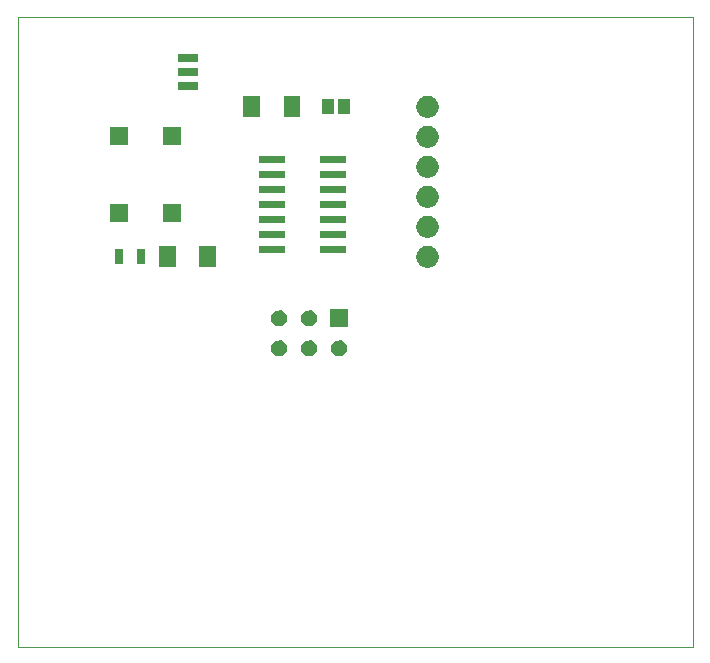
<source format=gts>
G75*
G71*
%OFA0B0*%
%FSLAX23Y23*%
%IPPOS*%
%LPD*%
%ADD10C,0.1*%
%LPD*%D10*
X0Y0D02*
X0Y100D01*
X0Y200D01*
X0Y300D01*
X0Y400D01*
X0Y499D01*
X0Y599D01*
X0Y699D01*
X0Y799D01*
X0Y899D01*
X0Y999D01*
X0Y1099D01*
X0Y1199D01*
X0Y1299D01*
X0Y1398D01*
X0Y1498D01*
X0Y1598D01*
X0Y1698D01*
X0Y1798D01*
X0Y1898D01*
X0Y1998D01*
X0Y2098D01*
X0Y2198D01*
X0Y2297D01*
X0Y2397D01*
X0Y2497D01*
X0Y2597D01*
X0Y2697D01*
X0Y2797D01*
X0Y2897D01*
X0Y2997D01*
X0Y3097D01*
X0Y3196D01*
X0Y3296D01*
X0Y3396D01*
X0Y3496D01*
X0Y3596D01*
X0Y3696D01*
X0Y3796D01*
X0Y3896D01*
X0Y3995D01*
X0Y4095D01*
X0Y4195D01*
X0Y4295D01*
X0Y4395D01*
X0Y4495D01*
X0Y4595D01*
X0Y4695D01*
X0Y4795D01*
X0Y4894D01*
X0Y4994D01*
X0Y5094D01*
X0Y5194D01*
X0Y5294D01*
X0Y5394D01*
X0Y5494D01*
X0Y5594D01*
X0Y5694D01*
X0Y5793D01*
X0Y5893D01*
X0Y5993D01*
X0Y6093D01*
X0Y6193D01*
X0Y6293D01*
X0Y6393D01*
X0Y6493D01*
X0Y6593D01*
X0Y6692D01*
X0Y6792D01*
X0Y6892D01*
X0Y6992D01*
X0Y7092D01*
X0Y7192D01*
X0Y7292D01*
X0Y7392D01*
X0Y7492D01*
X0Y7591D01*
X0Y7691D01*
X0Y7791D01*
X0Y7891D01*
X0Y7991D01*
X0Y8091D01*
X0Y8191D01*
X0Y8291D01*
X0Y8391D01*
X0Y8490D01*
X0Y8590D01*
X0Y8690D01*
X0Y8790D01*
X0Y8890D01*
X0Y8990D01*
X0Y9090D01*
X0Y9190D01*
X0Y9290D01*
X0Y9389D01*
X0Y9489D01*
X0Y9589D01*
X0Y9689D01*
X0Y9789D01*
X0Y9889D01*
X0Y9989D01*
X0Y10089D01*
X0Y10188D01*
X0Y10288D01*
X0Y10388D01*
X0Y10488D01*
X0Y10588D01*
X0Y10688D01*
X0Y10788D01*
X0Y10888D01*
X0Y10988D01*
X0Y11087D01*
X0Y11187D01*
X0Y11287D01*
X0Y11387D01*
X0Y11487D01*
X0Y11587D01*
X0Y11687D01*
X0Y11787D01*
X0Y11887D01*
X0Y11986D01*
X0Y12086D01*
X0Y12186D01*
X0Y12286D01*
X0Y12386D01*
X0Y12486D01*
X0Y12586D01*
X0Y12686D01*
X0Y12786D01*
X0Y12885D01*
X0Y12985D01*
X0Y13085D01*
X0Y13185D01*
X0Y13285D01*
X0Y13385D01*
X0Y13485D01*
X0Y13585D01*
X0Y13685D01*
X0Y13784D01*
X0Y13884D01*
X0Y13984D01*
X0Y14084D01*
X0Y14184D01*
X0Y14284D01*
X0Y14384D01*
X0Y14484D01*
X0Y14584D01*
X0Y14683D01*
X0Y14783D01*
X0Y14883D01*
X0Y14983D01*
X0Y15083D01*
X0Y15183D01*
X0Y15283D01*
X0Y15383D01*
X0Y15483D01*
X0Y15582D01*
X0Y15682D01*
X0Y15782D01*
X0Y15882D01*
X0Y15982D01*
X0Y16082D01*
X0Y16182D01*
X0Y16282D01*
X0Y16381D01*
X0Y16481D01*
X0Y16581D01*
X0Y16681D01*
X0Y16781D01*
X0Y16881D01*
X0Y16981D01*
X0Y17081D01*
X0Y17181D01*
X0Y17280D01*
X0Y17380D01*
X0Y17480D01*
X0Y17580D01*
X0Y17680D01*
X0Y17780D01*
X0Y17880D01*
X0Y17980D01*
X0Y18080D01*
X0Y18179D01*
X0Y18279D01*
X0Y18379D01*
X0Y18479D01*
X0Y18579D01*
X0Y18679D01*
X0Y18779D01*
X0Y18879D01*
X0Y18979D01*
X0Y19078D01*
X0Y19178D01*
X0Y19278D01*
X0Y19378D01*
X0Y19478D01*
X0Y19578D01*
X0Y19678D01*
X0Y19778D01*
X0Y19878D01*
X0Y19977D01*
X0Y20077D01*
X0Y20177D01*
X0Y20277D01*
X0Y20377D01*
X0Y20477D01*
X0Y20577D01*
X0Y20677D01*
X0Y20777D01*
X0Y20876D01*
X0Y20976D01*
X0Y21076D01*
X0Y21176D01*
X0Y21276D01*
X0Y21376D01*
X0Y21476D01*
X0Y21576D01*
X0Y21676D01*
X0Y21775D01*
X0Y21875D01*
X0Y21975D01*
X0Y22075D01*
X0Y22175D01*
X0Y22275D01*
X0Y22375D01*
X0Y22475D01*
X0Y22575D01*
X0Y22674D01*
X0Y22774D01*
X0Y22874D01*
X0Y22974D01*
X0Y23074D01*
X0Y23174D01*
X0Y23274D01*
X0Y23374D01*
X0Y23473D01*
X0Y23573D01*
X0Y23673D01*
X0Y23773D01*
X0Y23873D01*
X0Y23973D01*
X0Y24073D01*
X0Y24173D01*
X0Y24273D01*
X0Y24372D01*
X0Y24472D01*
X0Y24572D01*
X0Y24672D01*
X0Y24772D01*
X0Y24872D01*
X0Y24972D01*
X0Y25072D01*
X0Y25172D01*
X0Y25271D01*
X0Y25371D01*
X0Y25471D01*
X0Y25571D01*
X0Y25671D01*
X0Y25771D01*
X0Y25871D01*
X0Y25971D01*
X0Y26071D01*
X0Y26170D01*
X0Y26270D01*
X0Y26370D01*
X0Y26470D01*
X0Y26570D01*
X0Y26670D01*
X0Y26770D01*
X0Y26870D01*
X0Y26970D01*
X0Y27069D01*
X0Y27169D01*
X0Y27269D01*
X0Y27369D01*
X0Y27469D01*
X0Y27569D01*
X0Y27669D01*
X0Y27769D01*
X0Y27869D01*
X0Y27968D01*
X0Y28068D01*
X0Y28168D01*
X0Y28268D01*
X0Y28368D01*
X0Y28468D01*
X0Y28568D01*
X0Y28668D01*
X0Y28768D01*
X0Y28867D01*
X0Y28967D01*
X0Y29067D01*
X0Y29167D01*
X0Y29267D01*
X0Y29367D01*
X0Y29467D01*
X0Y29567D01*
X0Y29667D01*
X0Y29766D01*
X0Y29866D01*
X0Y29966D01*
X0Y30066D01*
X0Y30166D01*
X0Y30266D01*
X0Y30366D01*
X0Y30466D01*
X0Y30565D01*
X0Y30665D01*
X0Y30765D01*
X0Y30865D01*
X0Y30965D01*
X0Y31065D01*
X0Y31165D01*
X0Y31265D01*
X0Y31365D01*
X0Y31464D01*
X0Y31564D01*
X0Y31664D01*
X0Y31764D01*
X0Y31864D01*
X0Y31964D01*
X0Y32064D01*
X0Y32164D01*
X0Y32264D01*
X0Y32363D01*
X0Y32463D01*
X0Y32563D01*
X0Y32663D01*
X0Y32763D01*
X0Y32863D01*
X0Y32963D01*
X0Y33063D01*
X0Y33163D01*
X0Y33262D01*
X0Y33362D01*
X0Y33462D01*
X0Y33562D01*
X0Y33662D01*
X0Y33762D01*
X0Y33862D01*
X0Y33962D01*
X0Y34062D01*
X0Y34161D01*
X0Y34261D01*
X0Y34361D01*
X0Y34461D01*
X0Y34561D01*
X0Y34661D01*
X0Y34761D01*
X0Y34861D01*
X0Y34961D01*
X0Y35060D01*
X0Y35160D01*
X0Y35260D01*
X0Y35360D01*
X0Y35460D01*
X0Y35560D01*
X0Y35660D01*
X0Y35760D01*
X0Y35860D01*
X0Y35959D01*
X0Y36059D01*
X0Y36159D01*
X0Y36259D01*
X0Y36359D01*
X0Y36459D01*
X0Y36559D01*
X0Y36659D01*
X0Y36759D01*
X0Y36858D01*
X0Y36958D01*
X0Y37058D01*
X0Y37158D01*
X0Y37258D01*
X0Y37358D01*
X0Y37458D01*
X0Y37558D01*
X0Y37658D01*
X0Y37757D01*
X0Y37857D01*
X0Y37957D01*
X0Y38057D01*
X0Y38157D01*
X0Y38257D01*
X0Y38357D01*
X0Y38457D01*
X0Y38556D01*
X0Y38656D01*
X0Y38756D01*
X0Y38856D01*
X0Y38956D01*
X0Y39056D01*
X0Y39156D01*
X0Y39256D01*
X0Y39356D01*
X0Y39455D01*
X0Y39555D01*
X0Y39655D01*
X0Y39755D01*
X0Y39855D01*
X0Y39955D01*
X0Y40055D01*
X0Y40155D01*
X0Y40255D01*
X0Y40354D01*
X0Y40454D01*
X0Y40554D01*
X0Y40654D01*
X0Y40754D01*
X0Y40854D01*
X0Y40954D01*
X0Y41054D01*
X0Y41154D01*
X0Y41253D01*
X0Y41353D01*
X0Y41453D01*
X0Y41553D01*
X0Y41653D01*
X0Y41753D01*
X0Y41853D01*
X0Y41953D01*
X0Y42053D01*
X0Y42152D01*
X0Y42252D01*
X0Y42352D01*
X0Y42452D01*
X0Y42552D01*
X0Y42652D01*
X0Y42752D01*
X0Y42852D01*
X0Y42952D01*
X0Y43051D01*
X0Y43151D01*
X0Y43251D01*
X0Y43351D01*
X0Y43451D01*
X0Y43551D01*
X0Y43651D01*
X0Y43751D01*
X0Y43851D01*
X0Y43950D01*
X0Y44050D01*
X0Y44150D01*
X0Y44250D01*
X0Y44350D01*
X0Y44450D01*
X0Y44550D01*
X0Y44650D01*
X0Y44750D01*
X0Y44849D01*
X0Y44949D01*
X0Y45049D01*
X0Y45149D01*
X0Y45249D01*
X0Y45349D01*
X0Y45449D01*
X0Y45549D01*
X0Y45649D01*
X0Y45748D01*
X0Y45848D01*
X0Y45948D01*
X0Y46048D01*
X0Y46148D01*
X0Y46248D01*
X0Y46348D01*
X0Y46448D01*
X0Y46548D01*
X0Y46647D01*
X0Y46747D01*
X0Y46847D01*
X0Y46947D01*
X0Y47047D01*
X0Y47147D01*
X0Y47247D01*
X0Y47347D01*
X0Y47447D01*
X0Y47546D01*
X0Y47646D01*
X0Y47746D01*
X0Y47846D01*
X0Y47946D01*
X0Y48046D01*
X0Y48146D01*
X0Y48246D01*
X0Y48346D01*
X0Y48445D01*
X0Y48545D01*
X0Y48645D01*
X0Y48745D01*
X0Y48845D01*
X0Y48945D01*
X0Y49045D01*
X0Y49145D01*
X0Y49244D01*
X0Y49344D01*
X0Y49444D01*
X0Y49544D01*
X0Y49644D01*
X0Y49744D01*
X0Y49844D01*
X0Y49944D01*
X0Y50044D01*
X0Y50143D01*
X0Y50243D01*
X0Y50343D01*
X0Y50443D01*
X0Y50543D01*
X0Y50643D01*
X0Y50743D01*
X0Y50843D01*
X0Y50943D01*
X0Y51043D01*
X0Y51142D01*
X0Y51242D01*
X0Y51342D01*
X0Y51442D01*
X0Y51542D01*
X0Y51642D01*
X0Y51742D01*
X0Y51842D01*
X0Y51942D01*
X0Y52041D01*
X0Y52141D01*
X0Y52241D01*
X0Y52341D01*
X0Y52441D01*
X0Y52541D01*
X0Y52641D01*
X0Y52741D01*
X0Y52841D01*
X0Y52940D01*
X0Y53040D01*
X0Y53140D01*
X0Y53240D01*
X0Y53340D01*
X100Y53340D01*
X200Y53340D01*
X300Y53340D01*
X400Y53340D01*
X500Y53340D01*
X599Y53340D01*
X699Y53340D01*
X799Y53340D01*
X899Y53340D01*
X999Y53340D01*
X1099Y53340D01*
X1199Y53340D01*
X1299Y53340D01*
X1399Y53340D01*
X1499Y53340D01*
X1599Y53340D01*
X1699Y53340D01*
X1798Y53340D01*
X1898Y53340D01*
X1998Y53340D01*
X2098Y53340D01*
X2198Y53340D01*
X2298Y53340D01*
X2398Y53340D01*
X2498Y53340D01*
X2598Y53340D01*
X2698Y53340D01*
X2798Y53340D01*
X2897Y53340D01*
X2997Y53340D01*
X3097Y53340D01*
X3197Y53340D01*
X3297Y53340D01*
X3397Y53340D01*
X3497Y53340D01*
X3597Y53340D01*
X3697Y53340D01*
X3797Y53340D01*
X3897Y53340D01*
X3996Y53340D01*
X4096Y53340D01*
X4196Y53340D01*
X4296Y53340D01*
X4396Y53340D01*
X4496Y53340D01*
X4596Y53340D01*
X4696Y53340D01*
X4796Y53340D01*
X4896Y53340D01*
X4996Y53340D01*
X5096Y53340D01*
X5195Y53340D01*
X5295Y53340D01*
X5395Y53340D01*
X5495Y53340D01*
X5595Y53340D01*
X5695Y53340D01*
X5795Y53340D01*
X5895Y53340D01*
X5995Y53340D01*
X6095Y53340D01*
X6195Y53340D01*
X6294Y53340D01*
X6394Y53340D01*
X6494Y53340D01*
X6594Y53340D01*
X6694Y53340D01*
X6794Y53340D01*
X6894Y53340D01*
X6994Y53340D01*
X7094Y53340D01*
X7194Y53340D01*
X7294Y53340D01*
X7393Y53340D01*
X7493Y53340D01*
X7593Y53340D01*
X7693Y53340D01*
X7793Y53340D01*
X7893Y53340D01*
X7993Y53340D01*
X8093Y53340D01*
X8193Y53340D01*
X8293Y53340D01*
X8393Y53340D01*
X8493Y53340D01*
X8592Y53340D01*
X8692Y53340D01*
X8792Y53340D01*
X8892Y53340D01*
X8992Y53340D01*
X9092Y53340D01*
X9192Y53340D01*
X9292Y53340D01*
X9392Y53340D01*
X9492Y53340D01*
X9592Y53340D01*
X9691Y53340D01*
X9791Y53340D01*
X9891Y53340D01*
X9991Y53340D01*
X10091Y53340D01*
X10191Y53340D01*
X10291Y53340D01*
X10391Y53340D01*
X10491Y53340D01*
X10591Y53340D01*
X10691Y53340D01*
X10791Y53340D01*
X10890Y53340D01*
X10990Y53340D01*
X11090Y53340D01*
X11190Y53340D01*
X11290Y53340D01*
X11390Y53340D01*
X11490Y53340D01*
X11590Y53340D01*
X11690Y53340D01*
X11790Y53340D01*
X11890Y53340D01*
X11989Y53340D01*
X12089Y53340D01*
X12189Y53340D01*
X12289Y53340D01*
X12389Y53340D01*
X12489Y53340D01*
X12589Y53340D01*
X12689Y53340D01*
X12789Y53340D01*
X12889Y53340D01*
X12989Y53340D01*
X13088Y53340D01*
X13188Y53340D01*
X13288Y53340D01*
X13388Y53340D01*
X13488Y53340D01*
X13588Y53340D01*
X13688Y53340D01*
X13788Y53340D01*
X13888Y53340D01*
X13988Y53340D01*
X14088Y53340D01*
X14188Y53340D01*
X14287Y53340D01*
X14387Y53340D01*
X14487Y53340D01*
X14587Y53340D01*
X14687Y53340D01*
X14787Y53340D01*
X14887Y53340D01*
X14987Y53340D01*
X15087Y53340D01*
X15187Y53340D01*
X15287Y53340D01*
X15386Y53340D01*
X15486Y53340D01*
X15586Y53340D01*
X15686Y53340D01*
X15786Y53340D01*
X15886Y53340D01*
X15986Y53340D01*
X16086Y53340D01*
X16186Y53340D01*
X16286Y53340D01*
X16386Y53340D01*
X16485Y53340D01*
X16585Y53340D01*
X16685Y53340D01*
X16785Y53340D01*
X16885Y53340D01*
X16985Y53340D01*
X17085Y53340D01*
X17185Y53340D01*
X17285Y53340D01*
X17385Y53340D01*
X17485Y53340D01*
X17585Y53340D01*
X17684Y53340D01*
X17784Y53340D01*
X17884Y53340D01*
X17984Y53340D01*
X18084Y53340D01*
X18184Y53340D01*
X18284Y53340D01*
X18384Y53340D01*
X18484Y53340D01*
X18584Y53340D01*
X18684Y53340D01*
X18783Y53340D01*
X18883Y53340D01*
X18983Y53340D01*
X19083Y53340D01*
X19183Y53340D01*
X19283Y53340D01*
X19383Y53340D01*
X19483Y53340D01*
X19583Y53340D01*
X19683Y53340D01*
X19783Y53340D01*
X19883Y53340D01*
X19982Y53340D01*
X20082Y53340D01*
X20182Y53340D01*
X20282Y53340D01*
X20382Y53340D01*
X20482Y53340D01*
X20582Y53340D01*
X20682Y53340D01*
X20782Y53340D01*
X20882Y53340D01*
X20982Y53340D01*
X21081Y53340D01*
X21181Y53340D01*
X21281Y53340D01*
X21381Y53340D01*
X21481Y53340D01*
X21581Y53340D01*
X21681Y53340D01*
X21781Y53340D01*
X21881Y53340D01*
X21981Y53340D01*
X22081Y53340D01*
X22180Y53340D01*
X22280Y53340D01*
X22380Y53340D01*
X22480Y53340D01*
X22580Y53340D01*
X22680Y53340D01*
X22780Y53340D01*
X22880Y53340D01*
X22980Y53340D01*
X23080Y53340D01*
X23180Y53340D01*
X23280Y53340D01*
X23379Y53340D01*
X23479Y53340D01*
X23579Y53340D01*
X23679Y53340D01*
X23779Y53340D01*
X23879Y53340D01*
X23979Y53340D01*
X24079Y53340D01*
X24179Y53340D01*
X24279Y53340D01*
X24379Y53340D01*
X24478Y53340D01*
X24578Y53340D01*
X24678Y53340D01*
X24778Y53340D01*
X24878Y53340D01*
X24978Y53340D01*
X25078Y53340D01*
X25178Y53340D01*
X25278Y53340D01*
X25378Y53340D01*
X25478Y53340D01*
X25578Y53340D01*
X25677Y53340D01*
X25777Y53340D01*
X25877Y53340D01*
X25977Y53340D01*
X26077Y53340D01*
X26177Y53340D01*
X26277Y53340D01*
X26377Y53340D01*
X26477Y53340D01*
X26577Y53340D01*
X26677Y53340D01*
X26776Y53340D01*
X26876Y53340D01*
X26976Y53340D01*
X27076Y53340D01*
X27176Y53340D01*
X27276Y53340D01*
X27376Y53340D01*
X27476Y53340D01*
X27576Y53340D01*
X27676Y53340D01*
X27776Y53340D01*
X27875Y53340D01*
X27975Y53340D01*
X28075Y53340D01*
X28175Y53340D01*
X28275Y53340D01*
X28375Y53340D01*
X28475Y53340D01*
X28575Y53340D01*
X28675Y53340D01*
X28775Y53340D01*
X28875Y53340D01*
X28975Y53340D01*
X29074Y53340D01*
X29174Y53340D01*
X29274Y53340D01*
X29374Y53340D01*
X29474Y53340D01*
X29574Y53340D01*
X29674Y53340D01*
X29774Y53340D01*
X29874Y53340D01*
X29974Y53340D01*
X30074Y53340D01*
X30173Y53340D01*
X30273Y53340D01*
X30373Y53340D01*
X30473Y53340D01*
X30573Y53340D01*
X30673Y53340D01*
X30773Y53340D01*
X30873Y53340D01*
X30973Y53340D01*
X31073Y53340D01*
X31173Y53340D01*
X31273Y53340D01*
X31372Y53340D01*
X31472Y53340D01*
X31572Y53340D01*
X31672Y53340D01*
X31772Y53340D01*
X31872Y53340D01*
X31972Y53340D01*
X32072Y53340D01*
X32172Y53340D01*
X32272Y53340D01*
X32372Y53340D01*
X32471Y53340D01*
X32571Y53340D01*
X32671Y53340D01*
X32771Y53340D01*
X32871Y53340D01*
X32971Y53340D01*
X33071Y53340D01*
X33171Y53340D01*
X33271Y53340D01*
X33371Y53340D01*
X33471Y53340D01*
X33571Y53340D01*
X33670Y53340D01*
X33770Y53340D01*
X33870Y53340D01*
X33970Y53340D01*
X34070Y53340D01*
X34170Y53340D01*
X34270Y53340D01*
X34370Y53340D01*
X34470Y53340D01*
X34570Y53340D01*
X34670Y53340D01*
X34769Y53340D01*
X34869Y53340D01*
X34969Y53340D01*
X35069Y53340D01*
X35169Y53340D01*
X35269Y53340D01*
X35369Y53340D01*
X35469Y53340D01*
X35569Y53340D01*
X35669Y53340D01*
X35769Y53340D01*
X35868Y53340D01*
X35968Y53340D01*
X36068Y53340D01*
X36168Y53340D01*
X36268Y53340D01*
X36368Y53340D01*
X36468Y53340D01*
X36568Y53340D01*
X36668Y53340D01*
X36768Y53340D01*
X36868Y53340D01*
X36968Y53340D01*
X37067Y53340D01*
X37167Y53340D01*
X37267Y53340D01*
X37367Y53340D01*
X37467Y53340D01*
X37567Y53340D01*
X37667Y53340D01*
X37767Y53340D01*
X37867Y53340D01*
X37967Y53340D01*
X38067Y53340D01*
X38166Y53340D01*
X38266Y53340D01*
X38366Y53340D01*
X38466Y53340D01*
X38566Y53340D01*
X38666Y53340D01*
X38766Y53340D01*
X38866Y53340D01*
X38966Y53340D01*
X39066Y53340D01*
X39166Y53340D01*
X39265Y53340D01*
X39365Y53340D01*
X39465Y53340D01*
X39565Y53340D01*
X39665Y53340D01*
X39765Y53340D01*
X39865Y53340D01*
X39965Y53340D01*
X40065Y53340D01*
X40165Y53340D01*
X40265Y53340D01*
X40365Y53340D01*
X40464Y53340D01*
X40564Y53340D01*
X40664Y53340D01*
X40764Y53340D01*
X40864Y53340D01*
X40964Y53340D01*
X41064Y53340D01*
X41164Y53340D01*
X41264Y53340D01*
X41364Y53340D01*
X41464Y53340D01*
X41563Y53340D01*
X41663Y53340D01*
X41763Y53340D01*
X41863Y53340D01*
X41963Y53340D01*
X42063Y53340D01*
X42163Y53340D01*
X42263Y53340D01*
X42363Y53340D01*
X42463Y53340D01*
X42563Y53340D01*
X42663Y53340D01*
X42762Y53340D01*
X42862Y53340D01*
X42962Y53340D01*
X43062Y53340D01*
X43162Y53340D01*
X43262Y53340D01*
X43362Y53340D01*
X43462Y53340D01*
X43562Y53340D01*
X43662Y53340D01*
X43762Y53340D01*
X43861Y53340D01*
X43961Y53340D01*
X44061Y53340D01*
X44161Y53340D01*
X44261Y53340D01*
X44361Y53340D01*
X44461Y53340D01*
X44561Y53340D01*
X44661Y53340D01*
X44761Y53340D01*
X44861Y53340D01*
X44961Y53340D01*
X45060Y53340D01*
X45160Y53340D01*
X45260Y53340D01*
X45360Y53340D01*
X45460Y53340D01*
X45560Y53340D01*
X45660Y53340D01*
X45760Y53340D01*
X45860Y53340D01*
X45960Y53340D01*
X46060Y53340D01*
X46159Y53340D01*
X46259Y53340D01*
X46359Y53340D01*
X46459Y53340D01*
X46559Y53340D01*
X46659Y53340D01*
X46759Y53340D01*
X46859Y53340D01*
X46959Y53340D01*
X47059Y53340D01*
X47159Y53340D01*
X47259Y53340D01*
X47358Y53340D01*
X47458Y53340D01*
X47558Y53340D01*
X47658Y53340D01*
X47758Y53340D01*
X47858Y53340D01*
X47958Y53340D01*
X48058Y53340D01*
X48158Y53340D01*
X48258Y53340D01*
X48358Y53340D01*
X48457Y53340D01*
X48557Y53340D01*
X48657Y53340D01*
X48757Y53340D01*
X48857Y53340D01*
X48957Y53340D01*
X49057Y53340D01*
X49157Y53340D01*
X49257Y53340D01*
X49357Y53340D01*
X49457Y53340D01*
X49557Y53340D01*
X49656Y53340D01*
X49756Y53340D01*
X49856Y53340D01*
X49956Y53340D01*
X50056Y53340D01*
X50156Y53340D01*
X50256Y53340D01*
X50356Y53340D01*
X50456Y53340D01*
X50556Y53340D01*
X50656Y53340D01*
X50755Y53340D01*
X50855Y53340D01*
X50955Y53340D01*
X51055Y53340D01*
X51155Y53340D01*
X51255Y53340D01*
X51355Y53340D01*
X51455Y53340D01*
X51555Y53340D01*
X51655Y53340D01*
X51755Y53340D01*
X51855Y53340D01*
X51954Y53340D01*
X52054Y53340D01*
X52154Y53340D01*
X52254Y53340D01*
X52354Y53340D01*
X52454Y53340D01*
X52554Y53340D01*
X52654Y53340D01*
X52754Y53340D01*
X52854Y53340D01*
X52954Y53340D01*
X53053Y53340D01*
X53153Y53340D01*
X53253Y53340D01*
X53353Y53340D01*
X53453Y53340D01*
X53553Y53340D01*
X53653Y53340D01*
X53753Y53340D01*
X53853Y53340D01*
X53953Y53340D01*
X54053Y53340D01*
X54153Y53340D01*
X54252Y53340D01*
X54352Y53340D01*
X54452Y53340D01*
X54552Y53340D01*
X54652Y53340D01*
X54752Y53340D01*
X54852Y53340D01*
X54952Y53340D01*
X55052Y53340D01*
X55152Y53340D01*
X55252Y53340D01*
X55351Y53340D01*
X55451Y53340D01*
X55551Y53340D01*
X55651Y53340D01*
X55751Y53340D01*
X55851Y53340D01*
X55951Y53340D01*
X56051Y53340D01*
X56151Y53340D01*
X56251Y53340D01*
X56351Y53340D01*
X56451Y53340D01*
X56550Y53340D01*
X56650Y53340D01*
X56750Y53340D01*
X56850Y53340D01*
X56950Y53340D01*
X57050Y53340D01*
X57150Y53340D01*
X57150Y53240D01*
X57150Y53140D01*
X57150Y53040D01*
X57150Y52940D01*
X57150Y52841D01*
X57150Y52741D01*
X57150Y52641D01*
X57150Y52541D01*
X57150Y52441D01*
X57150Y52341D01*
X57150Y52241D01*
X57150Y52141D01*
X57150Y52041D01*
X57150Y51942D01*
X57150Y51842D01*
X57150Y51742D01*
X57150Y51642D01*
X57150Y51542D01*
X57150Y51442D01*
X57150Y51342D01*
X57150Y51242D01*
X57150Y51142D01*
X57150Y51043D01*
X57150Y50943D01*
X57150Y50843D01*
X57150Y50743D01*
X57150Y50643D01*
X57150Y50543D01*
X57150Y50443D01*
X57150Y50343D01*
X57150Y50243D01*
X57150Y50144D01*
X57150Y50044D01*
X57150Y49944D01*
X57150Y49844D01*
X57150Y49744D01*
X57150Y49644D01*
X57150Y49544D01*
X57150Y49444D01*
X57150Y49345D01*
X57150Y49245D01*
X57150Y49145D01*
X57150Y49045D01*
X57150Y48945D01*
X57150Y48845D01*
X57150Y48745D01*
X57150Y48645D01*
X57150Y48545D01*
X57150Y48446D01*
X57150Y48346D01*
X57150Y48246D01*
X57150Y48146D01*
X57150Y48046D01*
X57150Y47946D01*
X57150Y47846D01*
X57150Y47746D01*
X57150Y47646D01*
X57150Y47547D01*
X57150Y47447D01*
X57150Y47347D01*
X57150Y47247D01*
X57150Y47147D01*
X57150Y47047D01*
X57150Y46947D01*
X57150Y46847D01*
X57150Y46747D01*
X57150Y46648D01*
X57150Y46548D01*
X57150Y46448D01*
X57150Y46348D01*
X57150Y46248D01*
X57150Y46148D01*
X57150Y46048D01*
X57150Y45948D01*
X57150Y45848D01*
X57150Y45749D01*
X57150Y45649D01*
X57150Y45549D01*
X57150Y45449D01*
X57150Y45349D01*
X57150Y45249D01*
X57150Y45149D01*
X57150Y45049D01*
X57150Y44949D01*
X57150Y44850D01*
X57150Y44750D01*
X57150Y44650D01*
X57150Y44550D01*
X57150Y44450D01*
X57150Y44350D01*
X57150Y44250D01*
X57150Y44150D01*
X57150Y44050D01*
X57150Y43951D01*
X57150Y43851D01*
X57150Y43751D01*
X57150Y43651D01*
X57150Y43551D01*
X57150Y43451D01*
X57150Y43351D01*
X57150Y43251D01*
X57150Y43152D01*
X57150Y43052D01*
X57150Y42952D01*
X57150Y42852D01*
X57150Y42752D01*
X57150Y42652D01*
X57150Y42552D01*
X57150Y42452D01*
X57150Y42352D01*
X57150Y42253D01*
X57150Y42153D01*
X57150Y42053D01*
X57150Y41953D01*
X57150Y41853D01*
X57150Y41753D01*
X57150Y41653D01*
X57150Y41553D01*
X57150Y41453D01*
X57150Y41354D01*
X57150Y41254D01*
X57150Y41154D01*
X57150Y41054D01*
X57150Y40954D01*
X57150Y40854D01*
X57150Y40754D01*
X57150Y40654D01*
X57150Y40554D01*
X57150Y40455D01*
X57150Y40355D01*
X57150Y40255D01*
X57150Y40155D01*
X57150Y40055D01*
X57150Y39955D01*
X57150Y39855D01*
X57150Y39755D01*
X57150Y39655D01*
X57150Y39556D01*
X57150Y39456D01*
X57150Y39356D01*
X57150Y39256D01*
X57150Y39156D01*
X57150Y39056D01*
X57150Y38956D01*
X57150Y38856D01*
X57150Y38756D01*
X57150Y38657D01*
X57150Y38557D01*
X57150Y38457D01*
X57150Y38357D01*
X57150Y38257D01*
X57150Y38157D01*
X57150Y38057D01*
X57150Y37957D01*
X57150Y37857D01*
X57150Y37758D01*
X57150Y37658D01*
X57150Y37558D01*
X57150Y37458D01*
X57150Y37358D01*
X57150Y37258D01*
X57150Y37158D01*
X57150Y37058D01*
X57150Y36959D01*
X57150Y36859D01*
X57150Y36759D01*
X57150Y36659D01*
X57150Y36559D01*
X57150Y36459D01*
X57150Y36359D01*
X57150Y36259D01*
X57150Y36159D01*
X57150Y36060D01*
X57150Y35960D01*
X57150Y35860D01*
X57150Y35760D01*
X57150Y35660D01*
X57150Y35560D01*
X57150Y35460D01*
X57150Y35360D01*
X57150Y35260D01*
X57150Y35161D01*
X57150Y35061D01*
X57150Y34961D01*
X57150Y34861D01*
X57150Y34761D01*
X57150Y34661D01*
X57150Y34561D01*
X57150Y34461D01*
X57150Y34361D01*
X57150Y34262D01*
X57150Y34162D01*
X57150Y34062D01*
X57150Y33962D01*
X57150Y33862D01*
X57150Y33762D01*
X57150Y33662D01*
X57150Y33562D01*
X57150Y33462D01*
X57150Y33363D01*
X57150Y33263D01*
X57150Y33163D01*
X57150Y33063D01*
X57150Y32963D01*
X57150Y32863D01*
X57150Y32763D01*
X57150Y32663D01*
X57150Y32563D01*
X57150Y32464D01*
X57150Y32364D01*
X57150Y32264D01*
X57150Y32164D01*
X57150Y32064D01*
X57150Y31964D01*
X57150Y31864D01*
X57150Y31764D01*
X57150Y31664D01*
X57150Y31565D01*
X57150Y31465D01*
X57150Y31365D01*
X57150Y31265D01*
X57150Y31165D01*
X57150Y31065D01*
X57150Y30965D01*
X57150Y30865D01*
X57150Y30765D01*
X57150Y30666D01*
X57150Y30566D01*
X57150Y30466D01*
X57150Y30366D01*
X57150Y30266D01*
X57150Y30166D01*
X57150Y30066D01*
X57150Y29966D01*
X57150Y29867D01*
X57150Y29767D01*
X57150Y29667D01*
X57150Y29567D01*
X57150Y29467D01*
X57150Y29367D01*
X57150Y29267D01*
X57150Y29167D01*
X57150Y29067D01*
X57150Y28968D01*
X57150Y28868D01*
X57150Y28768D01*
X57150Y28668D01*
X57150Y28568D01*
X57150Y28468D01*
X57150Y28368D01*
X57150Y28268D01*
X57150Y28168D01*
X57150Y28069D01*
X57150Y27969D01*
X57150Y27869D01*
X57150Y27769D01*
X57150Y27669D01*
X57150Y27569D01*
X57150Y27469D01*
X57150Y27369D01*
X57150Y27269D01*
X57150Y27170D01*
X57150Y27070D01*
X57150Y26970D01*
X57150Y26870D01*
X57150Y26770D01*
X57150Y26670D01*
X57150Y26570D01*
X57150Y26470D01*
X57150Y26370D01*
X57150Y26271D01*
X57150Y26171D01*
X57150Y26071D01*
X57150Y25971D01*
X57150Y25871D01*
X57150Y25771D01*
X57150Y25671D01*
X57150Y25571D01*
X57150Y25471D01*
X57150Y25372D01*
X57150Y25272D01*
X57150Y25172D01*
X57150Y25072D01*
X57150Y24972D01*
X57150Y24872D01*
X57150Y24772D01*
X57150Y24672D01*
X57150Y24572D01*
X57150Y24473D01*
X57150Y24373D01*
X57150Y24273D01*
X57150Y24173D01*
X57150Y24073D01*
X57150Y23973D01*
X57150Y23873D01*
X57150Y23773D01*
X57150Y23673D01*
X57150Y23574D01*
X57150Y23474D01*
X57150Y23374D01*
X57150Y23274D01*
X57150Y23174D01*
X57150Y23074D01*
X57150Y22974D01*
X57150Y22874D01*
X57150Y22775D01*
X57150Y22675D01*
X57150Y22575D01*
X57150Y22475D01*
X57150Y22375D01*
X57150Y22275D01*
X57150Y22175D01*
X57150Y22075D01*
X57150Y21975D01*
X57150Y21876D01*
X57150Y21776D01*
X57150Y21676D01*
X57150Y21576D01*
X57150Y21476D01*
X57150Y21376D01*
X57150Y21276D01*
X57150Y21176D01*
X57150Y21076D01*
X57150Y20977D01*
X57150Y20877D01*
X57150Y20777D01*
X57150Y20677D01*
X57150Y20577D01*
X57150Y20477D01*
X57150Y20377D01*
X57150Y20277D01*
X57150Y20177D01*
X57150Y20078D01*
X57150Y19978D01*
X57150Y19878D01*
X57150Y19778D01*
X57150Y19678D01*
X57150Y19578D01*
X57150Y19478D01*
X57150Y19378D01*
X57150Y19278D01*
X57150Y19179D01*
X57150Y19079D01*
X57150Y18979D01*
X57150Y18879D01*
X57150Y18779D01*
X57150Y18679D01*
X57150Y18579D01*
X57150Y18479D01*
X57150Y18379D01*
X57150Y18280D01*
X57150Y18180D01*
X57150Y18080D01*
X57150Y17980D01*
X57150Y17880D01*
X57150Y17780D01*
X57150Y17680D01*
X57150Y17580D01*
X57150Y17480D01*
X57150Y17381D01*
X57150Y17281D01*
X57150Y17181D01*
X57150Y17081D01*
X57150Y16981D01*
X57150Y16881D01*
X57150Y16781D01*
X57150Y16681D01*
X57150Y16581D01*
X57150Y16482D01*
X57150Y16382D01*
X57150Y16282D01*
X57150Y16182D01*
X57150Y16082D01*
X57150Y15982D01*
X57150Y15882D01*
X57150Y15782D01*
X57150Y15682D01*
X57150Y15583D01*
X57150Y15483D01*
X57150Y15383D01*
X57150Y15283D01*
X57150Y15183D01*
X57150Y15083D01*
X57150Y14983D01*
X57150Y14883D01*
X57150Y14784D01*
X57150Y14684D01*
X57150Y14584D01*
X57150Y14484D01*
X57150Y14384D01*
X57150Y14284D01*
X57150Y14184D01*
X57150Y14084D01*
X57150Y13984D01*
X57150Y13885D01*
X57150Y13785D01*
X57150Y13685D01*
X57150Y13585D01*
X57150Y13485D01*
X57150Y13385D01*
X57150Y13285D01*
X57150Y13185D01*
X57150Y13085D01*
X57150Y12986D01*
X57150Y12886D01*
X57150Y12786D01*
X57150Y12686D01*
X57150Y12586D01*
X57150Y12486D01*
X57150Y12386D01*
X57150Y12286D01*
X57150Y12186D01*
X57150Y12087D01*
X57150Y11987D01*
X57150Y11887D01*
X57150Y11787D01*
X57150Y11687D01*
X57150Y11587D01*
X57150Y11487D01*
X57150Y11387D01*
X57150Y11287D01*
X57150Y11188D01*
X57150Y11088D01*
X57150Y10988D01*
X57150Y10888D01*
X57150Y10788D01*
X57150Y10688D01*
X57150Y10588D01*
X57150Y10488D01*
X57150Y10388D01*
X57150Y10289D01*
X57150Y10189D01*
X57150Y10089D01*
X57150Y9989D01*
X57150Y9889D01*
X57150Y9789D01*
X57150Y9689D01*
X57150Y9589D01*
X57150Y9489D01*
X57150Y9390D01*
X57150Y9290D01*
X57150Y9190D01*
X57150Y9090D01*
X57150Y8990D01*
X57150Y8890D01*
X57150Y8790D01*
X57150Y8690D01*
X57150Y8590D01*
X57150Y8491D01*
X57150Y8391D01*
X57150Y8291D01*
X57150Y8191D01*
X57150Y8091D01*
X57150Y7991D01*
X57150Y7891D01*
X57150Y7791D01*
X57150Y7691D01*
X57150Y7592D01*
X57150Y7492D01*
X57150Y7392D01*
X57150Y7292D01*
X57150Y7192D01*
X57150Y7092D01*
X57150Y6992D01*
X57150Y6892D01*
X57150Y6792D01*
X57150Y6693D01*
X57150Y6593D01*
X57150Y6493D01*
X57150Y6393D01*
X57150Y6293D01*
X57150Y6193D01*
X57150Y6093D01*
X57150Y5993D01*
X57150Y5893D01*
X57150Y5794D01*
X57150Y5694D01*
X57150Y5594D01*
X57150Y5494D01*
X57150Y5394D01*
X57150Y5294D01*
X57150Y5194D01*
X57150Y5094D01*
X57150Y4994D01*
X57150Y4895D01*
X57150Y4795D01*
X57150Y4695D01*
X57150Y4595D01*
X57150Y4495D01*
X57150Y4395D01*
X57150Y4295D01*
X57150Y4195D01*
X57150Y4096D01*
X57150Y3996D01*
X57150Y3896D01*
X57150Y3796D01*
X57150Y3696D01*
X57150Y3596D01*
X57150Y3496D01*
X57150Y3396D01*
X57150Y3296D01*
X57150Y3197D01*
X57150Y3097D01*
X57150Y2997D01*
X57150Y2897D01*
X57150Y2797D01*
X57150Y2697D01*
X57150Y2597D01*
X57150Y2497D01*
X57150Y2397D01*
X57150Y2297D01*
X57150Y2198D01*
X57150Y2098D01*
X57150Y1998D01*
X57150Y1898D01*
X57150Y1798D01*
X57150Y1698D01*
X57150Y1598D01*
X57150Y1498D01*
X57150Y1398D01*
X57150Y1299D01*
X57150Y1199D01*
X57150Y1099D01*
X57150Y999D01*
X57150Y899D01*
X57150Y799D01*
X57150Y699D01*
X57150Y599D01*
X57150Y499D01*
X57150Y400D01*
X57150Y300D01*
X57150Y200D01*
X57150Y100D01*
X57150Y0D01*
X57050Y0D01*
X56950Y0D01*
X56850Y0D01*
X56750Y0D01*
X56650Y0D01*
X56551Y0D01*
X56451Y0D01*
X56351Y0D01*
X56251Y0D01*
X56151Y0D01*
X56051Y0D01*
X55951Y0D01*
X55851Y0D01*
X55751Y0D01*
X55651Y0D01*
X55551Y0D01*
X55451Y0D01*
X55352Y0D01*
X55252Y0D01*
X55152Y0D01*
X55052Y0D01*
X54952Y0D01*
X54852Y0D01*
X54752Y0D01*
X54652Y0D01*
X54552Y0D01*
X54452Y0D01*
X54352Y0D01*
X54253Y0D01*
X54153Y0D01*
X54053Y0D01*
X53953Y0D01*
X53853Y0D01*
X53753Y0D01*
X53653Y0D01*
X53553Y0D01*
X53453Y0D01*
X53353Y0D01*
X53253Y0D01*
X53154Y0D01*
X53054Y0D01*
X52954Y0D01*
X52854Y0D01*
X52754Y0D01*
X52654Y0D01*
X52554Y0D01*
X52454Y0D01*
X52354Y0D01*
X52254Y0D01*
X52154Y0D01*
X52054Y0D01*
X51955Y0D01*
X51855Y0D01*
X51755Y0D01*
X51655Y0D01*
X51555Y0D01*
X51455Y0D01*
X51355Y0D01*
X51255Y0D01*
X51155Y0D01*
X51055Y0D01*
X50955Y0D01*
X50856Y0D01*
X50756Y0D01*
X50656Y0D01*
X50556Y0D01*
X50456Y0D01*
X50356Y0D01*
X50256Y0D01*
X50156Y0D01*
X50056Y0D01*
X49956Y0D01*
X49856Y0D01*
X49757Y0D01*
X49657Y0D01*
X49557Y0D01*
X49457Y0D01*
X49357Y0D01*
X49257Y0D01*
X49157Y0D01*
X49057Y0D01*
X48957Y0D01*
X48857Y0D01*
X48757Y0D01*
X48657Y0D01*
X48558Y0D01*
X48458Y0D01*
X48358Y0D01*
X48258Y0D01*
X48158Y0D01*
X48058Y0D01*
X47958Y0D01*
X47858Y0D01*
X47758Y0D01*
X47658Y0D01*
X47558Y0D01*
X47459Y0D01*
X47359Y0D01*
X47259Y0D01*
X47159Y0D01*
X47059Y0D01*
X46959Y0D01*
X46859Y0D01*
X46759Y0D01*
X46659Y0D01*
X46559Y0D01*
X46459Y0D01*
X46359Y0D01*
X46260Y0D01*
X46160Y0D01*
X46060Y0D01*
X45960Y0D01*
X45860Y0D01*
X45760Y0D01*
X45660Y0D01*
X45560Y0D01*
X45460Y0D01*
X45360Y0D01*
X45260Y0D01*
X45161Y0D01*
X45061Y0D01*
X44961Y0D01*
X44861Y0D01*
X44761Y0D01*
X44661Y0D01*
X44561Y0D01*
X44461Y0D01*
X44361Y0D01*
X44261Y0D01*
X44161Y0D01*
X44062Y0D01*
X43962Y0D01*
X43862Y0D01*
X43762Y0D01*
X43662Y0D01*
X43562Y0D01*
X43462Y0D01*
X43362Y0D01*
X43262Y0D01*
X43162Y0D01*
X43062Y0D01*
X42962Y0D01*
X42863Y0D01*
X42763Y0D01*
X42663Y0D01*
X42563Y0D01*
X42463Y0D01*
X42363Y0D01*
X42263Y0D01*
X42163Y0D01*
X42063Y0D01*
X41963Y0D01*
X41863Y0D01*
X41764Y0D01*
X41664Y0D01*
X41564Y0D01*
X41464Y0D01*
X41364Y0D01*
X41264Y0D01*
X41164Y0D01*
X41064Y0D01*
X40964Y0D01*
X40864Y0D01*
X40764Y0D01*
X40665Y0D01*
X40565Y0D01*
X40465Y0D01*
X40365Y0D01*
X40265Y0D01*
X40165Y0D01*
X40065Y0D01*
X39965Y0D01*
X39865Y0D01*
X39765Y0D01*
X39665Y0D01*
X39565Y0D01*
X39466Y0D01*
X39366Y0D01*
X39266Y0D01*
X39166Y0D01*
X39066Y0D01*
X38966Y0D01*
X38866Y0D01*
X38766Y0D01*
X38666Y0D01*
X38566Y0D01*
X38466Y0D01*
X38367Y0D01*
X38267Y0D01*
X38167Y0D01*
X38067Y0D01*
X37967Y0D01*
X37867Y0D01*
X37767Y0D01*
X37667Y0D01*
X37567Y0D01*
X37467Y0D01*
X37367Y0D01*
X37267Y0D01*
X37168Y0D01*
X37068Y0D01*
X36968Y0D01*
X36868Y0D01*
X36768Y0D01*
X36668Y0D01*
X36568Y0D01*
X36468Y0D01*
X36368Y0D01*
X36268Y0D01*
X36168Y0D01*
X36069Y0D01*
X35969Y0D01*
X35869Y0D01*
X35769Y0D01*
X35669Y0D01*
X35569Y0D01*
X35469Y0D01*
X35369Y0D01*
X35269Y0D01*
X35169Y0D01*
X35069Y0D01*
X34970Y0D01*
X34870Y0D01*
X34770Y0D01*
X34670Y0D01*
X34570Y0D01*
X34470Y0D01*
X34370Y0D01*
X34270Y0D01*
X34170Y0D01*
X34070Y0D01*
X33970Y0D01*
X33870Y0D01*
X33771Y0D01*
X33671Y0D01*
X33571Y0D01*
X33471Y0D01*
X33371Y0D01*
X33271Y0D01*
X33171Y0D01*
X33071Y0D01*
X32971Y0D01*
X32871Y0D01*
X32771Y0D01*
X32672Y0D01*
X32572Y0D01*
X32472Y0D01*
X32372Y0D01*
X32272Y0D01*
X32172Y0D01*
X32072Y0D01*
X31972Y0D01*
X31872Y0D01*
X31772Y0D01*
X31672Y0D01*
X31572Y0D01*
X31473Y0D01*
X31373Y0D01*
X31273Y0D01*
X31173Y0D01*
X31073Y0D01*
X30973Y0D01*
X30873Y0D01*
X30773Y0D01*
X30673Y0D01*
X30573Y0D01*
X30473Y0D01*
X30374Y0D01*
X30274Y0D01*
X30174Y0D01*
X30074Y0D01*
X29974Y0D01*
X29874Y0D01*
X29774Y0D01*
X29674Y0D01*
X29574Y0D01*
X29474Y0D01*
X29374Y0D01*
X29275Y0D01*
X29175Y0D01*
X29075Y0D01*
X28975Y0D01*
X28875Y0D01*
X28775Y0D01*
X28675Y0D01*
X28575Y0D01*
X28475Y0D01*
X28375Y0D01*
X28275Y0D01*
X28175Y0D01*
X28076Y0D01*
X27976Y0D01*
X27876Y0D01*
X27776Y0D01*
X27676Y0D01*
X27576Y0D01*
X27476Y0D01*
X27376Y0D01*
X27276Y0D01*
X27176Y0D01*
X27076Y0D01*
X26977Y0D01*
X26877Y0D01*
X26777Y0D01*
X26677Y0D01*
X26577Y0D01*
X26477Y0D01*
X26377Y0D01*
X26277Y0D01*
X26177Y0D01*
X26077Y0D01*
X25977Y0D01*
X25877Y0D01*
X25778Y0D01*
X25678Y0D01*
X25578Y0D01*
X25478Y0D01*
X25378Y0D01*
X25278Y0D01*
X25178Y0D01*
X25078Y0D01*
X24978Y0D01*
X24878Y0D01*
X24778Y0D01*
X24679Y0D01*
X24579Y0D01*
X24479Y0D01*
X24379Y0D01*
X24279Y0D01*
X24179Y0D01*
X24079Y0D01*
X23979Y0D01*
X23879Y0D01*
X23779Y0D01*
X23679Y0D01*
X23579Y0D01*
X23480Y0D01*
X23380Y0D01*
X23280Y0D01*
X23180Y0D01*
X23080Y0D01*
X22980Y0D01*
X22880Y0D01*
X22780Y0D01*
X22680Y0D01*
X22580Y0D01*
X22480Y0D01*
X22381Y0D01*
X22281Y0D01*
X22181Y0D01*
X22081Y0D01*
X21981Y0D01*
X21881Y0D01*
X21781Y0D01*
X21681Y0D01*
X21581Y0D01*
X21481Y0D01*
X21381Y0D01*
X21282Y0D01*
X21182Y0D01*
X21082Y0D01*
X20982Y0D01*
X20882Y0D01*
X20782Y0D01*
X20682Y0D01*
X20582Y0D01*
X20482Y0D01*
X20382Y0D01*
X20282Y0D01*
X20182Y0D01*
X20083Y0D01*
X19983Y0D01*
X19883Y0D01*
X19783Y0D01*
X19683Y0D01*
X19583Y0D01*
X19483Y0D01*
X19383Y0D01*
X19283Y0D01*
X19183Y0D01*
X19083Y0D01*
X18984Y0D01*
X18884Y0D01*
X18784Y0D01*
X18684Y0D01*
X18584Y0D01*
X18484Y0D01*
X18384Y0D01*
X18284Y0D01*
X18184Y0D01*
X18084Y0D01*
X17984Y0D01*
X17885Y0D01*
X17785Y0D01*
X17685Y0D01*
X17585Y0D01*
X17485Y0D01*
X17385Y0D01*
X17285Y0D01*
X17185Y0D01*
X17085Y0D01*
X16985Y0D01*
X16885Y0D01*
X16785Y0D01*
X16686Y0D01*
X16586Y0D01*
X16486Y0D01*
X16386Y0D01*
X16286Y0D01*
X16186Y0D01*
X16086Y0D01*
X15986Y0D01*
X15886Y0D01*
X15786Y0D01*
X15686Y0D01*
X15587Y0D01*
X15487Y0D01*
X15387Y0D01*
X15287Y0D01*
X15187Y0D01*
X15087Y0D01*
X14987Y0D01*
X14887Y0D01*
X14787Y0D01*
X14687Y0D01*
X14587Y0D01*
X14487Y0D01*
X14388Y0D01*
X14288Y0D01*
X14188Y0D01*
X14088Y0D01*
X13988Y0D01*
X13888Y0D01*
X13788Y0D01*
X13688Y0D01*
X13588Y0D01*
X13488Y0D01*
X13388Y0D01*
X13289Y0D01*
X13189Y0D01*
X13089Y0D01*
X12989Y0D01*
X12889Y0D01*
X12789Y0D01*
X12689Y0D01*
X12589Y0D01*
X12489Y0D01*
X12389Y0D01*
X12289Y0D01*
X12189Y0D01*
X12090Y0D01*
X11990Y0D01*
X11890Y0D01*
X11790Y0D01*
X11690Y0D01*
X11590Y0D01*
X11490Y0D01*
X11390Y0D01*
X11290Y0D01*
X11190Y0D01*
X11090Y0D01*
X10991Y0D01*
X10891Y0D01*
X10791Y0D01*
X10691Y0D01*
X10591Y0D01*
X10491Y0D01*
X10391Y0D01*
X10291Y0D01*
X10191Y0D01*
X10091Y0D01*
X9991Y0D01*
X9891Y0D01*
X9792Y0D01*
X9692Y0D01*
X9592Y0D01*
X9492Y0D01*
X9392Y0D01*
X9292Y0D01*
X9192Y0D01*
X9092Y0D01*
X8992Y0D01*
X8892Y0D01*
X8792Y0D01*
X8693Y0D01*
X8593Y0D01*
X8493Y0D01*
X8393Y0D01*
X8293Y0D01*
X8193Y0D01*
X8093Y0D01*
X7993Y0D01*
X7893Y0D01*
X7793Y0D01*
X7693Y0D01*
X7593Y0D01*
X7494Y0D01*
X7394Y0D01*
X7294Y0D01*
X7194Y0D01*
X7094Y0D01*
X6994Y0D01*
X6894Y0D01*
X6794Y0D01*
X6694Y0D01*
X6594Y0D01*
X6494Y0D01*
X6395Y0D01*
X6295Y0D01*
X6195Y0D01*
X6095Y0D01*
X5995Y0D01*
X5895Y0D01*
X5795Y0D01*
X5695Y0D01*
X5595Y0D01*
X5495Y0D01*
X5395Y0D01*
X5295Y0D01*
X5196Y0D01*
X5096Y0D01*
X4996Y0D01*
X4896Y0D01*
X4796Y0D01*
X4696Y0D01*
X4596Y0D01*
X4496Y0D01*
X4396Y0D01*
X4296Y0D01*
X4196Y0D01*
X4097Y0D01*
X3997Y0D01*
X3897Y0D01*
X3797Y0D01*
X3697Y0D01*
X3597Y0D01*
X3497Y0D01*
X3397Y0D01*
X3297Y0D01*
X3197Y0D01*
X3097Y0D01*
X2997Y0D01*
X2898Y0D01*
X2798Y0D01*
X2698Y0D01*
X2598Y0D01*
X2498Y0D01*
X2398Y0D01*
X2298Y0D01*
X2198Y0D01*
X2098Y0D01*
X1998Y0D01*
X1898Y0D01*
X1799Y0D01*
X1699Y0D01*
X1599Y0D01*
X1499Y0D01*
X1399Y0D01*
X1299Y0D01*
X1199Y0D01*
X1099Y0D01*
X999Y0D01*
X899Y0D01*
X799Y0D01*
X699Y0D01*
X600Y0D01*
X500Y0D01*
X400Y0D01*
X300Y0D01*
X200Y0D01*
X100Y0D01*
X0Y0D01*
X0Y0D01*
G36*
X13400Y32120D02*
X12000Y32120D01*
X12000Y33920D01*
X13400Y33920D01*
G37*
G36*
X16800Y32120D02*
X15400Y32120D01*
X15400Y33920D01*
X16800Y33920D01*
G37*
G36*
X10120Y33670D02*
X10820Y33670D01*
X10820Y32370D01*
X10120Y32370D01*
X10120Y33670D01*
G37*
G36*
X8920Y32370D02*
X8220Y32370D01*
X8220Y33670D01*
X8920Y33670D01*
X8920Y32370D01*
G37*
G36*
X27838Y37767D02*
X27838Y37157D01*
X25629Y37157D01*
X25629Y37767D01*
G37*
G36*
X22631Y37767D02*
X22631Y37157D01*
X20422Y37157D01*
X20422Y37767D01*
G37*
G36*
X27838Y39037D02*
X27838Y38427D01*
X25629Y38427D01*
X25629Y39037D01*
G37*
G36*
X27838Y40307D02*
X27838Y39697D01*
X25629Y39697D01*
X25629Y40307D01*
G37*
G36*
X22631Y39037D02*
X22631Y38427D01*
X20422Y38427D01*
X20422Y39037D01*
G37*
G36*
X22631Y40307D02*
X22631Y39697D01*
X20422Y39697D01*
X20422Y40307D01*
G37*
G36*
X27838Y41577D02*
X27838Y40967D01*
X25629Y40967D01*
X25629Y41577D01*
G37*
G36*
X22631Y41577D02*
X22631Y40967D01*
X20422Y40967D01*
X20422Y41577D01*
G37*
G36*
X27838Y33957D02*
X27838Y33347D01*
X25629Y33347D01*
X25629Y33957D01*
G37*
G36*
X22631Y33957D02*
X22631Y33347D01*
X20422Y33347D01*
X20422Y33957D01*
G37*
G36*
X27838Y35227D02*
X27838Y34617D01*
X25629Y34617D01*
X25629Y35227D01*
G37*
G36*
X27838Y36497D02*
X27838Y35887D01*
X25629Y35887D01*
X25629Y36497D01*
G37*
G36*
X22631Y35227D02*
X22631Y34617D01*
X20422Y34617D01*
X20422Y35227D01*
G37*
G36*
X22631Y36497D02*
X22631Y35887D01*
X20422Y35887D01*
X20422Y36497D01*
G37*
G36*
X34714Y33959D02*
X34813Y33954D01*
X34910Y33939D01*
X35005Y33914D01*
X35097Y33879D01*
X35184Y33835D01*
X35267Y33781D01*
X35343Y33719D01*
X35412Y33649D01*
X35474Y33572D01*
X35528Y33490D01*
X35572Y33402D01*
X35608Y33310D01*
X35634Y33216D01*
X35649Y33119D01*
X35655Y33020D01*
X35650Y32922D01*
X35634Y32825D01*
X35608Y32730D01*
X35573Y32638D01*
X35528Y32551D01*
X35474Y32468D01*
X35413Y32392D01*
X35343Y32322D01*
X35267Y32261D01*
X35184Y32207D01*
X35097Y32162D01*
X35005Y32127D01*
X34910Y32102D01*
X34813Y32086D01*
X34714Y32081D01*
X34616Y32086D01*
X34519Y32101D01*
X34424Y32126D01*
X34332Y32161D01*
X34244Y32205D01*
X34162Y32259D01*
X34086Y32321D01*
X34017Y32391D01*
X33955Y32468D01*
X33901Y32550D01*
X33857Y32638D01*
X33821Y32730D01*
X33795Y32824D01*
X33779Y32921D01*
X33774Y33020D01*
X33779Y33118D01*
X33795Y33215D01*
X33821Y33310D01*
X33856Y33402D01*
X33901Y33489D01*
X33954Y33572D01*
X34016Y33648D01*
X34086Y33718D01*
X34162Y33779D01*
X34245Y33833D01*
X34332Y33878D01*
X34424Y33913D01*
X34519Y33938D01*
X34616Y33954D01*
X34714Y33959D01*
G37*
G36*
X34714Y36499D02*
X34813Y36494D01*
X34910Y36479D01*
X35005Y36454D01*
X35097Y36419D01*
X35184Y36375D01*
X35267Y36321D01*
X35343Y36259D01*
X35412Y36189D01*
X35474Y36112D01*
X35528Y36030D01*
X35572Y35942D01*
X35608Y35850D01*
X35634Y35756D01*
X35649Y35659D01*
X35655Y35560D01*
X35650Y35462D01*
X35634Y35365D01*
X35608Y35270D01*
X35573Y35178D01*
X35528Y35091D01*
X35474Y35008D01*
X35413Y34932D01*
X35343Y34862D01*
X35267Y34801D01*
X35184Y34747D01*
X35097Y34702D01*
X35005Y34667D01*
X34910Y34642D01*
X34813Y34626D01*
X34714Y34621D01*
X34616Y34626D01*
X34519Y34641D01*
X34424Y34666D01*
X34332Y34701D01*
X34244Y34745D01*
X34162Y34799D01*
X34086Y34861D01*
X34017Y34931D01*
X33955Y35008D01*
X33901Y35090D01*
X33857Y35178D01*
X33821Y35270D01*
X33795Y35364D01*
X33779Y35461D01*
X33774Y35560D01*
X33779Y35658D01*
X33795Y35755D01*
X33821Y35850D01*
X33856Y35942D01*
X33901Y36029D01*
X33954Y36112D01*
X34016Y36188D01*
X34086Y36258D01*
X34162Y36319D01*
X34245Y36373D01*
X34332Y36418D01*
X34424Y36453D01*
X34519Y36478D01*
X34616Y36494D01*
X34714Y36499D01*
G37*
G36*
X34714Y39039D02*
X34813Y39034D01*
X34910Y39019D01*
X35005Y38994D01*
X35097Y38959D01*
X35184Y38915D01*
X35267Y38861D01*
X35343Y38799D01*
X35412Y38729D01*
X35474Y38652D01*
X35528Y38570D01*
X35572Y38482D01*
X35608Y38390D01*
X35634Y38296D01*
X35649Y38199D01*
X35655Y38100D01*
X35650Y38002D01*
X35634Y37905D01*
X35608Y37810D01*
X35573Y37718D01*
X35528Y37631D01*
X35474Y37548D01*
X35413Y37472D01*
X35343Y37402D01*
X35267Y37341D01*
X35184Y37287D01*
X35097Y37242D01*
X35005Y37207D01*
X34910Y37182D01*
X34813Y37166D01*
X34714Y37161D01*
X34616Y37166D01*
X34519Y37181D01*
X34424Y37206D01*
X34332Y37241D01*
X34244Y37285D01*
X34162Y37339D01*
X34086Y37401D01*
X34017Y37471D01*
X33955Y37548D01*
X33901Y37630D01*
X33857Y37718D01*
X33821Y37810D01*
X33795Y37904D01*
X33779Y38001D01*
X33774Y38100D01*
X33779Y38198D01*
X33795Y38295D01*
X33821Y38390D01*
X33856Y38482D01*
X33901Y38569D01*
X33954Y38652D01*
X34016Y38728D01*
X34086Y38798D01*
X34162Y38859D01*
X34245Y38913D01*
X34332Y38958D01*
X34424Y38993D01*
X34519Y39018D01*
X34616Y39034D01*
X34714Y39039D01*
G37*
G36*
X34714Y41579D02*
X34813Y41574D01*
X34910Y41559D01*
X35005Y41534D01*
X35097Y41499D01*
X35184Y41455D01*
X35267Y41401D01*
X35343Y41339D01*
X35412Y41269D01*
X35474Y41192D01*
X35528Y41110D01*
X35572Y41022D01*
X35608Y40930D01*
X35634Y40836D01*
X35649Y40739D01*
X35655Y40640D01*
X35650Y40542D01*
X35634Y40445D01*
X35608Y40350D01*
X35573Y40258D01*
X35528Y40171D01*
X35474Y40088D01*
X35413Y40012D01*
X35343Y39942D01*
X35267Y39881D01*
X35184Y39827D01*
X35097Y39782D01*
X35005Y39747D01*
X34910Y39722D01*
X34813Y39706D01*
X34714Y39701D01*
X34616Y39706D01*
X34519Y39721D01*
X34424Y39746D01*
X34332Y39781D01*
X34244Y39825D01*
X34162Y39879D01*
X34086Y39941D01*
X34017Y40011D01*
X33955Y40088D01*
X33901Y40170D01*
X33857Y40258D01*
X33821Y40350D01*
X33795Y40444D01*
X33779Y40541D01*
X33774Y40640D01*
X33779Y40738D01*
X33795Y40835D01*
X33821Y40930D01*
X33856Y41022D01*
X33901Y41109D01*
X33954Y41192D01*
X34016Y41268D01*
X34086Y41338D01*
X34162Y41399D01*
X34245Y41453D01*
X34332Y41498D01*
X34424Y41533D01*
X34519Y41558D01*
X34616Y41574D01*
X34714Y41579D01*
G37*
G36*
X34714Y44119D02*
X34813Y44114D01*
X34910Y44099D01*
X35005Y44074D01*
X35097Y44039D01*
X35184Y43995D01*
X35267Y43941D01*
X35343Y43879D01*
X35412Y43809D01*
X35474Y43732D01*
X35528Y43650D01*
X35572Y43562D01*
X35608Y43470D01*
X35634Y43376D01*
X35649Y43279D01*
X35655Y43180D01*
X35650Y43082D01*
X35634Y42985D01*
X35608Y42890D01*
X35573Y42798D01*
X35528Y42711D01*
X35474Y42628D01*
X35413Y42552D01*
X35343Y42482D01*
X35267Y42421D01*
X35184Y42367D01*
X35097Y42322D01*
X35005Y42287D01*
X34910Y42262D01*
X34813Y42246D01*
X34714Y42241D01*
X34616Y42246D01*
X34519Y42261D01*
X34424Y42286D01*
X34332Y42321D01*
X34244Y42365D01*
X34162Y42419D01*
X34086Y42481D01*
X34017Y42551D01*
X33955Y42628D01*
X33901Y42710D01*
X33857Y42798D01*
X33821Y42890D01*
X33795Y42984D01*
X33779Y43081D01*
X33774Y43180D01*
X33779Y43278D01*
X33795Y43375D01*
X33821Y43470D01*
X33856Y43562D01*
X33901Y43649D01*
X33954Y43732D01*
X34016Y43808D01*
X34086Y43878D01*
X34162Y43939D01*
X34245Y43993D01*
X34332Y44038D01*
X34424Y44073D01*
X34519Y44098D01*
X34616Y44114D01*
X34714Y44119D01*
G37*
G36*
X34714Y46659D02*
X34813Y46654D01*
X34910Y46639D01*
X35005Y46614D01*
X35097Y46579D01*
X35184Y46535D01*
X35267Y46481D01*
X35343Y46419D01*
X35412Y46349D01*
X35474Y46272D01*
X35528Y46190D01*
X35572Y46102D01*
X35608Y46010D01*
X35634Y45916D01*
X35649Y45819D01*
X35655Y45720D01*
X35650Y45622D01*
X35634Y45525D01*
X35608Y45430D01*
X35573Y45338D01*
X35528Y45251D01*
X35474Y45168D01*
X35413Y45092D01*
X35343Y45022D01*
X35267Y44961D01*
X35184Y44907D01*
X35097Y44862D01*
X35005Y44827D01*
X34910Y44802D01*
X34813Y44786D01*
X34714Y44781D01*
X34616Y44786D01*
X34519Y44801D01*
X34424Y44826D01*
X34332Y44861D01*
X34244Y44905D01*
X34162Y44959D01*
X34086Y45021D01*
X34017Y45091D01*
X33955Y45168D01*
X33901Y45250D01*
X33857Y45338D01*
X33821Y45430D01*
X33795Y45524D01*
X33779Y45621D01*
X33774Y45720D01*
X33779Y45818D01*
X33795Y45915D01*
X33821Y46010D01*
X33856Y46102D01*
X33901Y46189D01*
X33954Y46272D01*
X34016Y46348D01*
X34086Y46418D01*
X34162Y46479D01*
X34245Y46533D01*
X34332Y46578D01*
X34424Y46613D01*
X34519Y46638D01*
X34616Y46654D01*
X34714Y46659D01*
G37*
G36*
X20527Y44820D02*
X19127Y44820D01*
X19127Y46620D01*
X20527Y46620D01*
G37*
G36*
X23927Y44820D02*
X22527Y44820D01*
X22527Y46620D01*
X23927Y46620D01*
G37*
G36*
X26770Y45070D02*
X25770Y45070D01*
X25770Y46370D01*
X26770Y46370D01*
G37*
G36*
X28170Y45070D02*
X27170Y45070D01*
X27170Y46370D01*
X28170Y46370D01*
G37*
G36*
X15250Y50205D02*
X15250Y49505D01*
X13550Y49505D01*
X13550Y50205D01*
G37*
G36*
X15250Y49005D02*
X15250Y48305D01*
X13550Y48305D01*
X13550Y49005D01*
G37*
G36*
X15250Y47805D02*
X15250Y47105D01*
X13550Y47105D01*
X13550Y47805D01*
G37*
G36*
X26458Y28568D02*
X27982Y28568D01*
X27982Y27044D01*
X26458Y27044D01*
G37*
G36*
X26567Y25530D02*
X26945Y25914D01*
X27483Y25919D01*
X27868Y25541D01*
X27873Y25003D01*
X27495Y24618D01*
X26956Y24614D01*
X26572Y24991D01*
G37*
G36*
X24027Y28070D02*
X24405Y28454D01*
X24943Y28459D01*
X25328Y28081D01*
X25333Y27543D01*
X24955Y27158D01*
X24416Y27154D01*
X24032Y27531D01*
G37*
G36*
X24027Y25530D02*
X24405Y25914D01*
X24943Y25919D01*
X25328Y25541D01*
X25333Y25003D01*
X24955Y24618D01*
X24416Y24614D01*
X24032Y24991D01*
G37*
G36*
X21487Y28070D02*
X21865Y28454D01*
X22403Y28459D01*
X22788Y28081D01*
X22793Y27543D01*
X22415Y27158D01*
X21876Y27154D01*
X21492Y27531D01*
G37*
G36*
X21487Y25530D02*
X21865Y25914D01*
X22403Y25919D01*
X22788Y25541D01*
X22793Y25003D01*
X22415Y24618D01*
X21876Y24614D01*
X21492Y24991D01*
G37*
G36*
X9332Y37514D02*
X7808Y37514D01*
X7808Y35990D01*
X9332Y35990D01*
X9332Y37514D01*
G37*
G36*
X9332Y44014D02*
X7808Y44014D01*
X7808Y42490D01*
X9332Y42490D01*
X9332Y44014D01*
G37*
G36*
X13832Y37514D02*
X12308Y37514D01*
X12308Y35990D01*
X13832Y35990D01*
X13832Y37514D01*
G37*
G36*
X13832Y44014D02*
X12308Y44014D01*
X12308Y42490D01*
X13832Y42490D01*
X13832Y44014D01*
G37*
M02*

</source>
